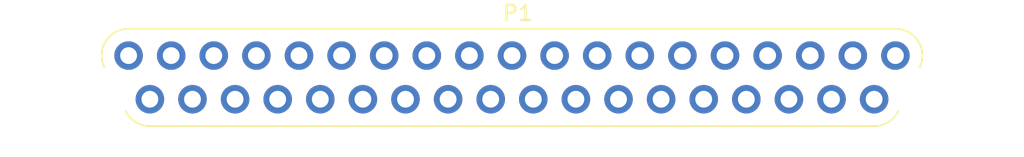
<source format=kicad_pcb>
(kicad_pcb (version 20211014) (generator pcbnew)
  (layers (0 "F.Cu" signal) (31 "B.Cu" signal) (34 "B.Paste" user) (35 "F.Paste" user) (36 "B.SilkS" user "B.Silkscreen") (37 "F.SilkS" user "F.Silkscreen") (38 "B.Mask" user) (39 "F.Mask" user) (44 "Edge.Cuts" user))
  (net 0 "")
  (net 1 "GND")
  (net 2 "/port_4_signal_in_1")
  (net 3 "/port_3_signal_in_2")
  (net 4 "/port_2_signal_in_1")
  (net 5 "/4x_4_pin_connector3/port_1_signal_in")
  (net 6 "/port_4_signal_in_2")
  (net 7 "/port_3_signal_in_3")
  (net 8 "/port_2_signal_in_2")
  (net 9 "/4x_4_pin_connector2/port_1_signal_in")
  (net 11 "/port_4_signal_out_3")
  (net 12 "/port_3_signal_out_3")
  (net 13 "/port_2_signal_out")
  (net 14 "/4x_4_pin_connector/port_1_signal_out")
  (net 15 "/port_4_signal_out")
  (net 16 "/port_3_signal_out")
  (net 17 "/port_2_signal_out_3")
  (net 18 "/4x_4_pin_connector1/port_1_signal_out")
  (net 19 "/port_4_signal_in")
  (net 20 "/port_3_signal_in_1")
  (net 21 "/port_2_signal_in")
  (net 22 "/4x_4_pin_connector/port_1_signal_in")
  (net 23 "/port_4_signal_in_3")
  (net 24 "/port_3_signal_in")
  (net 25 "/port_2_signal_in_3")
  (net 26 "/4x_4_pin_connector1/port_1_signal_in")
  (net 27 "/port_4_signal_out_1")
  (net 28 "/port_3_signal_out_1")
  (net 29 "/port_2_signal_out_1")
  (net 30 "/4x_4_pin_connector3/port_1_signal_out")
  (net 31 "/port_4_signal_out_2")
  (net 32 "/port_3_signal_out_2")
  (net 33 "/port_2_signal_out_2")
  (net 34 "/4x_4_pin_connector2/port_1_signal_out")
  (footprint "Voltage_Input_Module:182-037-113R451" (layer "F.Cu") (at 152.4 104.14)
    (fp_text reference "P1" (at 0.381 -4.199) (layer "F.SilkS"))
    (fp_text value "182-037-113R541")
    (fp_line (start -23.5331 3.175) (end 23.5331 3.175) (layer "F.SilkS") (width 0.12))
    (fp_line (start 24.9174 -3.175) (end -24.9174 -3.175) (layer "F.SilkS") (width 0.12))
    (fp_arc (start 25.109665 2.187939) (mid 24.463133 2.907878) (end 23.5331 3.175) (layer "F.SilkS") (width 0.12))
    (fp_arc (start -26.493965 -0.656861) (mid -26.402878 -2.352433) (end -24.9174 -3.175) (layer "F.SilkS") (width 0.12))
    (fp_arc (start 24.9174 -3.175) (mid 26.402878 -2.352433) (end 26.493965 -0.656861) (layer "F.SilkS") (width 0.12))
    (fp_arc (start -23.5331 3.175) (mid -24.463133 2.907878) (end -25.109665 2.187939) (layer "F.SilkS") (width 0.12))
    (pad "" np_thru_hole circle locked (at 31.75 0) (size 3.048 3.048) (drill 3.048) (layers *.Cu *.Mask))
    (pad "" np_thru_hole circle locked (at -31.75 0) (size 3.048 3.048) (drill 3.048) (layers *.Cu *.Mask))
    (pad "1" thru_hole circle locked (at 24.9174 -1.4224) (size 1.8542 1.8542) (drill 1.0922) (layers *.Cu *.Mask) (net 18 "/4x_4_pin_connector1/port_1_signal_out"))
    (pad "2" thru_hole circle locked (at 22.1488 -1.4224) (size 1.8542 1.8542) (drill 1.0922) (layers *.Cu *.Mask) (net 17 "/port_2_signal_out_3"))
    (pad "3" thru_hole circle locked (at 19.3802 -1.4224) (size 1.8542 1.8542) (drill 1.0922) (layers *.Cu *.Mask) (net 16 "/port_3_signal_out"))
    (pad "4" thru_hole circle locked (at 16.6116 -1.4224) (size 1.8542 1.8542) (drill 1.0922) (layers *.Cu *.Mask) (net 15 "/port_4_signal_out"))
    (pad "5" thru_hole circle locked (at 13.843 -1.4224) (size 1.8542 1.8542) (drill 1.0922) (layers *.Cu *.Mask) (net 14 "/4x_4_pin_connector/port_1_signal_out"))
    (pad "6" thru_hole circle locked (at 11.0744 -1.4224) (size 1.8542 1.8542) (drill 1.0922) (layers *.Cu *.Mask) (net 13 "/port_2_signal_out"))
    (pad "7" thru_hole circle locked (at 8.3058 -1.4224) (size 1.8542 1.8542) (drill 1.0922) (layers *.Cu *.Mask) (net 12 "/port_3_signal_out_3"))
    (pad "8" thru_hole circle locked (at 5.5372 -1.4224) (size 1.8542 1.8542) (drill 1.0922) (layers *.Cu *.Mask) (net 11 "/port_4_signal_out_3"))
    (pad "9" thru_hole circle locked (at 2.7686 -1.4224) (size 1.8542 1.8542) (drill 1.0922) (layers *.Cu *.Mask) (net 1 "GND"))
    (pad "10" thru_hole circle locked (at 0 -1.4224) (size 1.8542 1.8542) (drill 1.0922) (layers *.Cu *.Mask) (net 1 "GND"))
    (pad "11" thru_hole circle locked (at -2.7686 -1.4224) (size 1.8542 1.8542) (drill 1.0922) (layers *.Cu *.Mask) (net 2 "/port_4_signal_in_1"))
    (pad "12" thru_hole circle locked (at -5.5372 -1.4224) (size 1.8542 1.8542) (drill 1.0922) (layers *.Cu *.Mask) (net 3 "/port_3_signal_in_2"))
    (pad "13" thru_hole circle locked (at -8.3058 -1.4224) (size 1.8542 1.8542) (drill 1.0922) (layers *.Cu *.Mask) (net 4 "/port_2_signal_in_1"))
    (pad "14" thru_hole circle locked (at -11.0744 -1.4224) (size 1.8542 1.8542) (drill 1.0922) (layers *.Cu *.Mask) (net 5 "/4x_4_pin_connector3/port_1_signal_in"))
    (pad "15" thru_hole circle locked (at -13.843 -1.4224) (size 1.8542 1.8542) (drill 1.0922) (layers *.Cu *.Mask) (net 6 "/port_4_signal_in_2"))
    (pad "16" thru_hole circle locked (at -16.6116 -1.4224) (size 1.8542 1.8542) (drill 1.0922) (layers *.Cu *.Mask) (net 7 "/port_3_signal_in_3"))
    (pad "17" thru_hole circle locked (at -19.3802 -1.4224) (size 1.8542 1.8542) (drill 1.0922) (layers *.Cu *.Mask) (net 8 "/port_2_signal_in_2"))
    (pad "18" thru_hole circle locked (at -22.1488 -1.4224) (size 1.8542 1.8542) (drill 1.0922) (layers *.Cu *.Mask) (net 9 "/4x_4_pin_connector2/port_1_signal_in"))
    (pad "19" thru_hole circle locked (at -24.9174 -1.4224) (size 1.8542 1.8542) (drill 1.0922) (layers *.Cu *.Mask))
    (pad "20" thru_hole circle locked (at 23.5331 1.4224) (size 1.8542 1.8542) (drill 1.0922) (layers *.Cu *.Mask) (net 26 "/4x_4_pin_connector1/port_1_signal_in"))
    (pad "21" thru_hole circle locked (at 20.7645 1.4224) (size 1.8542 1.8542) (drill 1.0922) (layers *.Cu *.Mask) (net 25 "/port_2_signal_in_3"))
    (pad "22" thru_hole circle locked (at 17.9959 1.4224) (size 1.8542 1.8542) (drill 1.0922) (layers *.Cu *.Mask) (net 24 "/port_3_signal_in"))
    (pad "23" thru_hole circle locked (at 15.2273 1.4224) (size 1.8542 1.8542) (drill 1.0922) (layers *.Cu *.Mask) (net 23 "/port_4_signal_in_3"))
    (pad "24" thru_hole circle locked (at 12.4587 1.4224) (size 1.8542 1.8542) (drill 1.0922) (layers *.Cu *.Mask) (net 22 "/4x_4_pin_connector/port_1_signal_in"))
    (pad "25" thru_hole circle locked (at 9.6901 1.4224) (size 1.8542 1.8542) (drill 1.0922) (layers *.Cu *.Mask) (net 21 "/port_2_signal_in"))
    (pad "26" thru_hole circle locked (at 6.9215 1.4224) (size 1.8542 1.8542) (drill 1.0922) (layers *.Cu *.Mask) (net 20 "/port_3_signal_in_1"))
    (pad "27" thru_hole circle locked (at 4.1529 1.4224) (size 1.8542 1.8542) (drill 1.0922) (layers *.Cu *.Mask) (net 19 "/port_4_signal_in"))
    (pad "28" thru_hole circle locked (at 1.3843 1.4224) (size 1.8542 1.8542) (drill 1.0922) (layers *.Cu *.Mask) (net 1 "GND"))
    (pad "29" thru_hole circle locked (at -1.3843 1.4224) (size 1.8542 1.8542) (drill 1.0922) (layers *.Cu *.Mask) (net 1 "GND"))
    (pad "30" thru_hole circle locked (at -4.1529 1.4224) (size 1.8542 1.8542) (drill 1.0922) (layers *.Cu *.Mask) (net 27 "/port_4_signal_out_1"))
    (pad "31" thru_hole circle locked (at -6.9215 1.4224) (size 1.8542 1.8542) (drill 1.0922) (layers *.Cu *.Mask) (net 28 "/port_3_signal_out_1"))
    (pad "32" thru_hole circle locked (at -9.6901 1.4224) (size 1.8542 1.8542) (drill 1.0922) (layers *.Cu *.Mask) (net 29 "/port_2_signal_out_1"))
    (pad "33" thru_hole circle locked (at -12.4587 1.4224) (size 1.8542 1.8542) (drill 1.0922) (layers *.Cu *.Mask) (net 30 "/4x_4_pin_connector3/port_1_signal_out"))
    (pad "34" thru_hole circle locked (at -15.2273 1.4224) (size 1.8542 1.8542) (drill 1.0922) (layers *.Cu *.Mask) (net 31 "/port_4_signal_out_2"))
    (pad "35" thru_hole circle locked (at -17.9959 1.4224) (size 1.8542 1.8542) (drill 1.0922) (layers *.Cu *.Mask) (net 32 "/port_3_signal_out_2"))
    (pad "36" thru_hole circle locked (at -20.7645 1.4224) (size 1.8542 1.8542) (drill 1.0922) (layers *.Cu *.Mask) (net 33 "/port_2_signal_out_2"))
    (pad "37" thru_hole circle locked (at -23.5331 1.4224) (size 1.8542 1.8542) (drill 1.0922) (layers *.Cu *.Mask) (net 34 "/4x_4_pin_connector2/port_1_signal_out"))
  )
)
</source>
